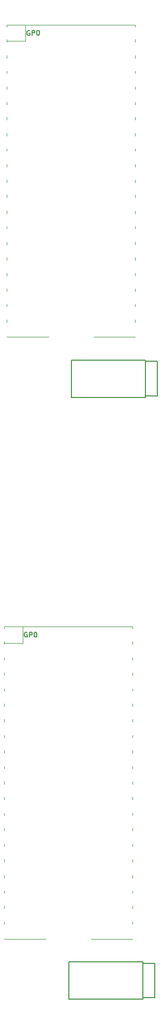
<source format=gto>
%TF.GenerationSoftware,KiCad,Pcbnew,8.0.3*%
%TF.CreationDate,2024-06-12T13:30:28-03:00*%
%TF.ProjectId,keyboard_pcb,6b657962-6f61-4726-945f-7063622e6b69,rev1.0*%
%TF.SameCoordinates,Original*%
%TF.FileFunction,Legend,Top*%
%TF.FilePolarity,Positive*%
%FSLAX46Y46*%
G04 Gerber Fmt 4.6, Leading zero omitted, Abs format (unit mm)*
G04 Created by KiCad (PCBNEW 8.0.3) date 2024-06-12 13:30:28*
%MOMM*%
%LPD*%
G01*
G04 APERTURE LIST*
%ADD10C,0.150000*%
%ADD11C,0.120000*%
G04 APERTURE END LIST*
D10*
X153488571Y-127981890D02*
X153412381Y-127943795D01*
X153412381Y-127943795D02*
X153298095Y-127943795D01*
X153298095Y-127943795D02*
X153183809Y-127981890D01*
X153183809Y-127981890D02*
X153107619Y-128058080D01*
X153107619Y-128058080D02*
X153069524Y-128134271D01*
X153069524Y-128134271D02*
X153031428Y-128286652D01*
X153031428Y-128286652D02*
X153031428Y-128400938D01*
X153031428Y-128400938D02*
X153069524Y-128553319D01*
X153069524Y-128553319D02*
X153107619Y-128629509D01*
X153107619Y-128629509D02*
X153183809Y-128705700D01*
X153183809Y-128705700D02*
X153298095Y-128743795D01*
X153298095Y-128743795D02*
X153374286Y-128743795D01*
X153374286Y-128743795D02*
X153488571Y-128705700D01*
X153488571Y-128705700D02*
X153526667Y-128667604D01*
X153526667Y-128667604D02*
X153526667Y-128400938D01*
X153526667Y-128400938D02*
X153374286Y-128400938D01*
X153869524Y-128743795D02*
X153869524Y-127943795D01*
X153869524Y-127943795D02*
X154174286Y-127943795D01*
X154174286Y-127943795D02*
X154250476Y-127981890D01*
X154250476Y-127981890D02*
X154288571Y-128019985D01*
X154288571Y-128019985D02*
X154326667Y-128096176D01*
X154326667Y-128096176D02*
X154326667Y-128210461D01*
X154326667Y-128210461D02*
X154288571Y-128286652D01*
X154288571Y-128286652D02*
X154250476Y-128324747D01*
X154250476Y-128324747D02*
X154174286Y-128362842D01*
X154174286Y-128362842D02*
X153869524Y-128362842D01*
X154821905Y-127943795D02*
X154898095Y-127943795D01*
X154898095Y-127943795D02*
X154974286Y-127981890D01*
X154974286Y-127981890D02*
X155012381Y-128019985D01*
X155012381Y-128019985D02*
X155050476Y-128096176D01*
X155050476Y-128096176D02*
X155088571Y-128248557D01*
X155088571Y-128248557D02*
X155088571Y-128439033D01*
X155088571Y-128439033D02*
X155050476Y-128591414D01*
X155050476Y-128591414D02*
X155012381Y-128667604D01*
X155012381Y-128667604D02*
X154974286Y-128705700D01*
X154974286Y-128705700D02*
X154898095Y-128743795D01*
X154898095Y-128743795D02*
X154821905Y-128743795D01*
X154821905Y-128743795D02*
X154745714Y-128705700D01*
X154745714Y-128705700D02*
X154707619Y-128667604D01*
X154707619Y-128667604D02*
X154669524Y-128591414D01*
X154669524Y-128591414D02*
X154631428Y-128439033D01*
X154631428Y-128439033D02*
X154631428Y-128248557D01*
X154631428Y-128248557D02*
X154669524Y-128096176D01*
X154669524Y-128096176D02*
X154707619Y-128019985D01*
X154707619Y-128019985D02*
X154745714Y-127981890D01*
X154745714Y-127981890D02*
X154821905Y-127943795D01*
X153928571Y-29641890D02*
X153852381Y-29603795D01*
X153852381Y-29603795D02*
X153738095Y-29603795D01*
X153738095Y-29603795D02*
X153623809Y-29641890D01*
X153623809Y-29641890D02*
X153547619Y-29718080D01*
X153547619Y-29718080D02*
X153509524Y-29794271D01*
X153509524Y-29794271D02*
X153471428Y-29946652D01*
X153471428Y-29946652D02*
X153471428Y-30060938D01*
X153471428Y-30060938D02*
X153509524Y-30213319D01*
X153509524Y-30213319D02*
X153547619Y-30289509D01*
X153547619Y-30289509D02*
X153623809Y-30365700D01*
X153623809Y-30365700D02*
X153738095Y-30403795D01*
X153738095Y-30403795D02*
X153814286Y-30403795D01*
X153814286Y-30403795D02*
X153928571Y-30365700D01*
X153928571Y-30365700D02*
X153966667Y-30327604D01*
X153966667Y-30327604D02*
X153966667Y-30060938D01*
X153966667Y-30060938D02*
X153814286Y-30060938D01*
X154309524Y-30403795D02*
X154309524Y-29603795D01*
X154309524Y-29603795D02*
X154614286Y-29603795D01*
X154614286Y-29603795D02*
X154690476Y-29641890D01*
X154690476Y-29641890D02*
X154728571Y-29679985D01*
X154728571Y-29679985D02*
X154766667Y-29756176D01*
X154766667Y-29756176D02*
X154766667Y-29870461D01*
X154766667Y-29870461D02*
X154728571Y-29946652D01*
X154728571Y-29946652D02*
X154690476Y-29984747D01*
X154690476Y-29984747D02*
X154614286Y-30022842D01*
X154614286Y-30022842D02*
X154309524Y-30022842D01*
X155261905Y-29603795D02*
X155338095Y-29603795D01*
X155338095Y-29603795D02*
X155414286Y-29641890D01*
X155414286Y-29641890D02*
X155452381Y-29679985D01*
X155452381Y-29679985D02*
X155490476Y-29756176D01*
X155490476Y-29756176D02*
X155528571Y-29908557D01*
X155528571Y-29908557D02*
X155528571Y-30099033D01*
X155528571Y-30099033D02*
X155490476Y-30251414D01*
X155490476Y-30251414D02*
X155452381Y-30327604D01*
X155452381Y-30327604D02*
X155414286Y-30365700D01*
X155414286Y-30365700D02*
X155338095Y-30403795D01*
X155338095Y-30403795D02*
X155261905Y-30403795D01*
X155261905Y-30403795D02*
X155185714Y-30365700D01*
X155185714Y-30365700D02*
X155147619Y-30327604D01*
X155147619Y-30327604D02*
X155109524Y-30251414D01*
X155109524Y-30251414D02*
X155071428Y-30099033D01*
X155071428Y-30099033D02*
X155071428Y-29908557D01*
X155071428Y-29908557D02*
X155109524Y-29756176D01*
X155109524Y-29756176D02*
X155147619Y-29679985D01*
X155147619Y-29679985D02*
X155185714Y-29641890D01*
X155185714Y-29641890D02*
X155261905Y-29603795D01*
%TO.C,J1*%
X160310000Y-187890000D02*
X160310000Y-181790000D01*
X172410000Y-181790000D02*
X160310000Y-181790000D01*
X172410000Y-182040000D02*
X174410000Y-182040000D01*
X172410000Y-187640000D02*
X174410000Y-187640000D01*
X172410000Y-187890000D02*
X160310000Y-187890000D01*
X172410000Y-187890000D02*
X172410000Y-181790000D01*
X174410000Y-187640000D02*
X174410000Y-182040000D01*
D11*
%TO.C,U2*%
X149763200Y-127048000D02*
X149763200Y-127348000D01*
X149763200Y-127048000D02*
X170763200Y-127048000D01*
X149763200Y-129448000D02*
X149763200Y-129848000D01*
X149763200Y-129715000D02*
X152770200Y-129715000D01*
X149763200Y-132048000D02*
X149763200Y-132448000D01*
X149763200Y-134548000D02*
X149763200Y-134948000D01*
X149763200Y-137148000D02*
X149763200Y-137548000D01*
X149763200Y-139648000D02*
X149763200Y-140048000D01*
X149763200Y-142148000D02*
X149763200Y-142548000D01*
X149763200Y-144748000D02*
X149763200Y-145148000D01*
X149763200Y-147248000D02*
X149763200Y-147648000D01*
X149763200Y-149848000D02*
X149763200Y-150248000D01*
X149763200Y-152348000D02*
X149763200Y-152748000D01*
X149763200Y-154848000D02*
X149763200Y-155248000D01*
X149763200Y-157448000D02*
X149763200Y-157848000D01*
X149763200Y-159948000D02*
X149763200Y-160348000D01*
X149763200Y-162548000D02*
X149763200Y-162948000D01*
X149763200Y-165048000D02*
X149763200Y-165448000D01*
X149763200Y-167648000D02*
X149763200Y-168048000D01*
X149763200Y-170148000D02*
X149763200Y-170548000D01*
X149763200Y-172648000D02*
X149763200Y-173048000D01*
X149763200Y-175248000D02*
X149763200Y-175648000D01*
X152770200Y-129715000D02*
X152770200Y-127048000D01*
X156563200Y-178048000D02*
X149763200Y-178048000D01*
X170763200Y-127048000D02*
X170763200Y-127348000D01*
X170763200Y-129448000D02*
X170763200Y-129848000D01*
X170763200Y-132048000D02*
X170763200Y-132448000D01*
X170763200Y-134548000D02*
X170763200Y-134948000D01*
X170763200Y-137148000D02*
X170763200Y-137548000D01*
X170763200Y-139648000D02*
X170763200Y-140048000D01*
X170763200Y-142148000D02*
X170763200Y-142548000D01*
X170763200Y-144748000D02*
X170763200Y-145148000D01*
X170763200Y-147248000D02*
X170763200Y-147648000D01*
X170763200Y-149848000D02*
X170763200Y-150248000D01*
X170763200Y-152348000D02*
X170763200Y-152748000D01*
X170763200Y-154848000D02*
X170763200Y-155248000D01*
X170763200Y-157448000D02*
X170763200Y-157848000D01*
X170763200Y-159948000D02*
X170763200Y-160348000D01*
X170763200Y-162548000D02*
X170763200Y-162948000D01*
X170763200Y-165048000D02*
X170763200Y-165448000D01*
X170763200Y-167648000D02*
X170763200Y-168048000D01*
X170763200Y-170148000D02*
X170763200Y-170548000D01*
X170763200Y-172648000D02*
X170763200Y-173048000D01*
X170763200Y-175248000D02*
X170763200Y-175648000D01*
X170763200Y-178048000D02*
X163963200Y-178048000D01*
X150203200Y-28708000D02*
X150203200Y-29008000D01*
X150203200Y-28708000D02*
X171203200Y-28708000D01*
X150203200Y-31108000D02*
X150203200Y-31508000D01*
X150203200Y-31375000D02*
X153210200Y-31375000D01*
X150203200Y-33708000D02*
X150203200Y-34108000D01*
X150203200Y-36208000D02*
X150203200Y-36608000D01*
X150203200Y-38808000D02*
X150203200Y-39208000D01*
X150203200Y-41308000D02*
X150203200Y-41708000D01*
X150203200Y-43808000D02*
X150203200Y-44208000D01*
X150203200Y-46408000D02*
X150203200Y-46808000D01*
X150203200Y-48908000D02*
X150203200Y-49308000D01*
X150203200Y-51508000D02*
X150203200Y-51908000D01*
X150203200Y-54008000D02*
X150203200Y-54408000D01*
X150203200Y-56508000D02*
X150203200Y-56908000D01*
X150203200Y-59108000D02*
X150203200Y-59508000D01*
X150203200Y-61608000D02*
X150203200Y-62008000D01*
X150203200Y-64208000D02*
X150203200Y-64608000D01*
X150203200Y-66708000D02*
X150203200Y-67108000D01*
X150203200Y-69308000D02*
X150203200Y-69708000D01*
X150203200Y-71808000D02*
X150203200Y-72208000D01*
X150203200Y-74308000D02*
X150203200Y-74708000D01*
X150203200Y-76908000D02*
X150203200Y-77308000D01*
X153210200Y-31375000D02*
X153210200Y-28708000D01*
X157003200Y-79708000D02*
X150203200Y-79708000D01*
X171203200Y-28708000D02*
X171203200Y-29008000D01*
X171203200Y-31108000D02*
X171203200Y-31508000D01*
X171203200Y-33708000D02*
X171203200Y-34108000D01*
X171203200Y-36208000D02*
X171203200Y-36608000D01*
X171203200Y-38808000D02*
X171203200Y-39208000D01*
X171203200Y-41308000D02*
X171203200Y-41708000D01*
X171203200Y-43808000D02*
X171203200Y-44208000D01*
X171203200Y-46408000D02*
X171203200Y-46808000D01*
X171203200Y-48908000D02*
X171203200Y-49308000D01*
X171203200Y-51508000D02*
X171203200Y-51908000D01*
X171203200Y-54008000D02*
X171203200Y-54408000D01*
X171203200Y-56508000D02*
X171203200Y-56908000D01*
X171203200Y-59108000D02*
X171203200Y-59508000D01*
X171203200Y-61608000D02*
X171203200Y-62008000D01*
X171203200Y-64208000D02*
X171203200Y-64608000D01*
X171203200Y-66708000D02*
X171203200Y-67108000D01*
X171203200Y-69308000D02*
X171203200Y-69708000D01*
X171203200Y-71808000D02*
X171203200Y-72208000D01*
X171203200Y-74308000D02*
X171203200Y-74708000D01*
X171203200Y-76908000D02*
X171203200Y-77308000D01*
X171203200Y-79708000D02*
X164403200Y-79708000D01*
D10*
%TO.C,J1*%
X160750000Y-89550000D02*
X160750000Y-83450000D01*
X172850000Y-83450000D02*
X160750000Y-83450000D01*
X172850000Y-83700000D02*
X174850000Y-83700000D01*
X172850000Y-89300000D02*
X174850000Y-89300000D01*
X172850000Y-89550000D02*
X160750000Y-89550000D01*
X172850000Y-89550000D02*
X172850000Y-83450000D01*
X174850000Y-89300000D02*
X174850000Y-83700000D01*
%TD*%
M02*

</source>
